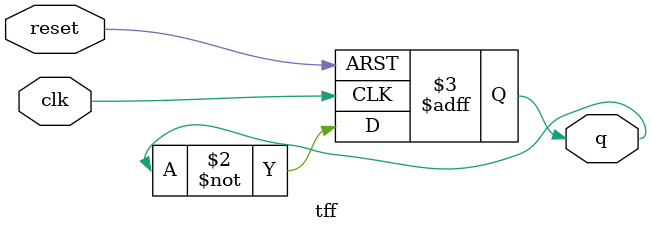
<source format=v>

module tff(q, clk, reset);
	output reg q;
	input clk, reset;
	
	always @(posedge reset or posedge clk) begin
		if (reset) begin
			q <= 1'b0;
		end else begin
			q <= ~q;
		end
	end
endmodule
	

</source>
